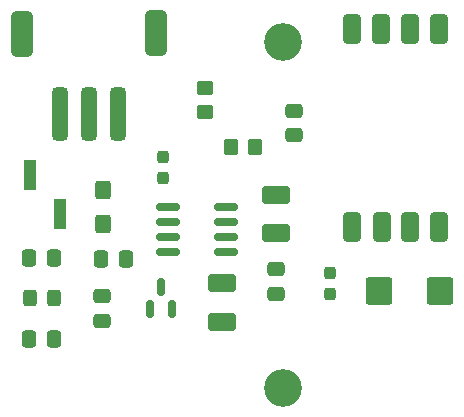
<source format=gbr>
%TF.GenerationSoftware,KiCad,Pcbnew,(7.0.0-0)*%
%TF.CreationDate,2023-04-15T16:17:14+02:00*%
%TF.ProjectId,MPX5100DP-SMD-board,4d505835-3130-4304-9450-2d534d442d62,0.99*%
%TF.SameCoordinates,Original*%
%TF.FileFunction,Soldermask,Bot*%
%TF.FilePolarity,Negative*%
%FSLAX46Y46*%
G04 Gerber Fmt 4.6, Leading zero omitted, Abs format (unit mm)*
G04 Created by KiCad (PCBNEW (7.0.0-0)) date 2023-04-15 16:17:14*
%MOMM*%
%LPD*%
G01*
G04 APERTURE LIST*
G04 Aperture macros list*
%AMRoundRect*
0 Rectangle with rounded corners*
0 $1 Rounding radius*
0 $2 $3 $4 $5 $6 $7 $8 $9 X,Y pos of 4 corners*
0 Add a 4 corners polygon primitive as box body*
4,1,4,$2,$3,$4,$5,$6,$7,$8,$9,$2,$3,0*
0 Add four circle primitives for the rounded corners*
1,1,$1+$1,$2,$3*
1,1,$1+$1,$4,$5*
1,1,$1+$1,$6,$7*
1,1,$1+$1,$8,$9*
0 Add four rect primitives between the rounded corners*
20,1,$1+$1,$2,$3,$4,$5,0*
20,1,$1+$1,$4,$5,$6,$7,0*
20,1,$1+$1,$6,$7,$8,$9,0*
20,1,$1+$1,$8,$9,$2,$3,0*%
G04 Aperture macros list end*
%ADD10C,3.200000*%
%ADD11RoundRect,0.250000X-0.337500X-0.475000X0.337500X-0.475000X0.337500X0.475000X-0.337500X0.475000X0*%
%ADD12RoundRect,0.250000X0.337500X0.475000X-0.337500X0.475000X-0.337500X-0.475000X0.337500X-0.475000X0*%
%ADD13RoundRect,0.250001X-0.924999X0.499999X-0.924999X-0.499999X0.924999X-0.499999X0.924999X0.499999X0*%
%ADD14RoundRect,0.150000X0.825000X0.150000X-0.825000X0.150000X-0.825000X-0.150000X0.825000X-0.150000X0*%
%ADD15RoundRect,0.250000X0.475000X-0.337500X0.475000X0.337500X-0.475000X0.337500X-0.475000X-0.337500X0*%
%ADD16RoundRect,0.250000X-0.875000X-0.925000X0.875000X-0.925000X0.875000X0.925000X-0.875000X0.925000X0*%
%ADD17RoundRect,0.237500X0.237500X-0.287500X0.237500X0.287500X-0.237500X0.287500X-0.237500X-0.287500X0*%
%ADD18RoundRect,0.380000X0.380000X0.890000X-0.380000X0.890000X-0.380000X-0.890000X0.380000X-0.890000X0*%
%ADD19R,1.000000X2.510000*%
%ADD20RoundRect,0.150000X0.150000X-0.587500X0.150000X0.587500X-0.150000X0.587500X-0.150000X-0.587500X0*%
%ADD21RoundRect,0.460375X-0.460375X-1.495425X0.460375X-1.495425X0.460375X1.495425X-0.460375X1.495425X0*%
%ADD22RoundRect,0.325000X-0.325000X1.925000X-0.325000X-1.925000X0.325000X-1.925000X0.325000X1.925000X0*%
%ADD23RoundRect,0.250000X-0.450000X0.350000X-0.450000X-0.350000X0.450000X-0.350000X0.450000X0.350000X0*%
%ADD24RoundRect,0.250000X0.325000X0.450000X-0.325000X0.450000X-0.325000X-0.450000X0.325000X-0.450000X0*%
%ADD25RoundRect,0.250000X-0.475000X0.337500X-0.475000X-0.337500X0.475000X-0.337500X0.475000X0.337500X0*%
%ADD26RoundRect,0.250000X0.350000X0.450000X-0.350000X0.450000X-0.350000X-0.450000X0.350000X-0.450000X0*%
%ADD27RoundRect,0.237500X-0.237500X0.287500X-0.237500X-0.287500X0.237500X-0.287500X0.237500X0.287500X0*%
%ADD28RoundRect,0.250000X0.425000X-0.537500X0.425000X0.537500X-0.425000X0.537500X-0.425000X-0.537500X0*%
G04 APERTURE END LIST*
D10*
%TO.C,REF\u002A\u002A*%
X76708000Y-52705000D03*
%TD*%
%TO.C,REF\u002A\u002A*%
X76708000Y-23368000D03*
%TD*%
D11*
%TO.C,C9*%
X55199000Y-41656000D03*
X57274000Y-41656000D03*
%TD*%
D12*
%TO.C,C8*%
X57274000Y-48514000D03*
X55199000Y-48514000D03*
%TD*%
D13*
%TO.C,C1*%
X76070000Y-36348000D03*
X76070000Y-39598000D03*
%TD*%
D11*
%TO.C,C6*%
X61295000Y-41783000D03*
X63370000Y-41783000D03*
%TD*%
D14*
%TO.C,U1*%
X71879000Y-37338000D03*
X71879000Y-38608000D03*
X71879000Y-39878000D03*
X71879000Y-41148000D03*
X66929000Y-41148000D03*
X66929000Y-39878000D03*
X66929000Y-38608000D03*
X66929000Y-37338000D03*
%TD*%
D15*
%TO.C,C3*%
X76070000Y-44704000D03*
X76070000Y-42629000D03*
%TD*%
D16*
%TO.C,C7*%
X84836000Y-44450000D03*
X89936000Y-44450000D03*
%TD*%
D13*
%TO.C,C2*%
X71501000Y-43815000D03*
X71501000Y-47065000D03*
%TD*%
D17*
%TO.C,D2*%
X80645000Y-44690000D03*
X80645000Y-42940000D03*
%TD*%
D18*
%TO.C,U3*%
X89900632Y-39079092D03*
X87411432Y-39079092D03*
X85074632Y-39079092D03*
X82534632Y-39079092D03*
X82534632Y-22319092D03*
X84989965Y-22319092D03*
X87445298Y-22319092D03*
X89900632Y-22319092D03*
%TD*%
D19*
%TO.C,J2*%
X57781999Y-37976999D03*
X55241999Y-34666999D03*
%TD*%
D20*
%TO.C,U2*%
X67307000Y-45974000D03*
X65407000Y-45974000D03*
X66357000Y-44099000D03*
%TD*%
D21*
%TO.C,J1*%
X54565550Y-22682200D03*
X65938400Y-22656800D03*
D22*
X57759600Y-29464000D03*
X60248800Y-29464000D03*
X62738000Y-29464000D03*
%TD*%
D23*
%TO.C,R1*%
X70084000Y-27305000D03*
X70084000Y-29305000D03*
%TD*%
D24*
%TO.C,L1*%
X57274000Y-45085000D03*
X55224000Y-45085000D03*
%TD*%
D25*
%TO.C,C10*%
X77597000Y-29210000D03*
X77597000Y-31285000D03*
%TD*%
D26*
%TO.C,R2*%
X74279000Y-32258000D03*
X72279000Y-32258000D03*
%TD*%
D27*
%TO.C,D1*%
X66545000Y-33161000D03*
X66545000Y-34911000D03*
%TD*%
D28*
%TO.C,C4*%
X61465000Y-38816000D03*
X61465000Y-35941000D03*
%TD*%
D25*
%TO.C,C5*%
X61338000Y-44936500D03*
X61338000Y-47011500D03*
%TD*%
M02*

</source>
